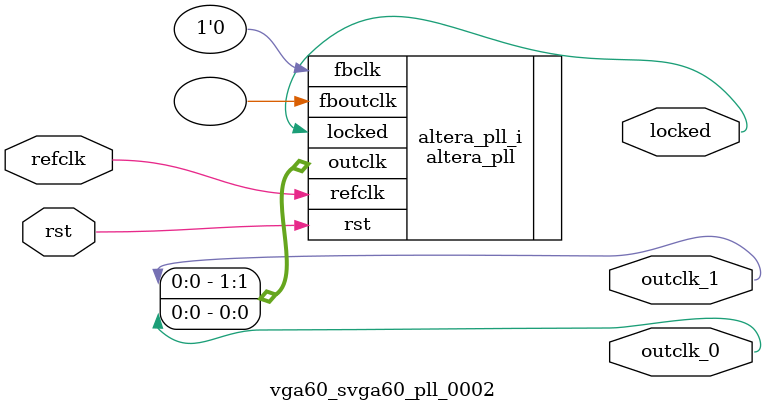
<source format=v>
`timescale 1ns/10ps
module  vga60_svga60_pll_0002(

	// interface 'refclk'
	input wire refclk,

	// interface 'reset'
	input wire rst,

	// interface 'outclk0'
	output wire outclk_0,

	// interface 'outclk1'
	output wire outclk_1,

	// interface 'locked'
	output wire locked
);

	altera_pll #(
		.fractional_vco_multiplier("false"),
		.reference_clock_frequency("50.0 MHz"),
		.operation_mode("direct"),
		.number_of_clocks(2),
		.output_clock_frequency0("25.000000 MHz"),
		.phase_shift0("0 ps"),
		.duty_cycle0(50),
		.output_clock_frequency1("40.000000 MHz"),
		.phase_shift1("0 ps"),
		.duty_cycle1(50),
		.output_clock_frequency2("0 MHz"),
		.phase_shift2("0 ps"),
		.duty_cycle2(50),
		.output_clock_frequency3("0 MHz"),
		.phase_shift3("0 ps"),
		.duty_cycle3(50),
		.output_clock_frequency4("0 MHz"),
		.phase_shift4("0 ps"),
		.duty_cycle4(50),
		.output_clock_frequency5("0 MHz"),
		.phase_shift5("0 ps"),
		.duty_cycle5(50),
		.output_clock_frequency6("0 MHz"),
		.phase_shift6("0 ps"),
		.duty_cycle6(50),
		.output_clock_frequency7("0 MHz"),
		.phase_shift7("0 ps"),
		.duty_cycle7(50),
		.output_clock_frequency8("0 MHz"),
		.phase_shift8("0 ps"),
		.duty_cycle8(50),
		.output_clock_frequency9("0 MHz"),
		.phase_shift9("0 ps"),
		.duty_cycle9(50),
		.output_clock_frequency10("0 MHz"),
		.phase_shift10("0 ps"),
		.duty_cycle10(50),
		.output_clock_frequency11("0 MHz"),
		.phase_shift11("0 ps"),
		.duty_cycle11(50),
		.output_clock_frequency12("0 MHz"),
		.phase_shift12("0 ps"),
		.duty_cycle12(50),
		.output_clock_frequency13("0 MHz"),
		.phase_shift13("0 ps"),
		.duty_cycle13(50),
		.output_clock_frequency14("0 MHz"),
		.phase_shift14("0 ps"),
		.duty_cycle14(50),
		.output_clock_frequency15("0 MHz"),
		.phase_shift15("0 ps"),
		.duty_cycle15(50),
		.output_clock_frequency16("0 MHz"),
		.phase_shift16("0 ps"),
		.duty_cycle16(50),
		.output_clock_frequency17("0 MHz"),
		.phase_shift17("0 ps"),
		.duty_cycle17(50),
		.pll_type("General"),
		.pll_subtype("General")
	) altera_pll_i (
		.rst	(rst),
		.outclk	({outclk_1, outclk_0}),
		.locked	(locked),
		.fboutclk	( ),
		.fbclk	(1'b0),
		.refclk	(refclk)
	);
endmodule


</source>
